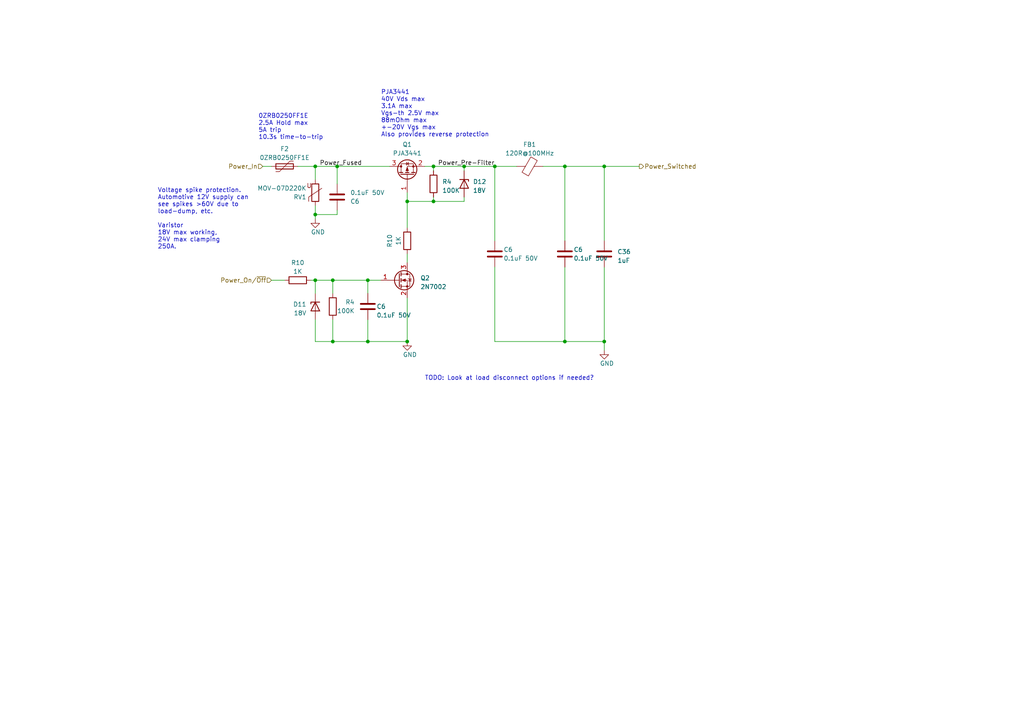
<source format=kicad_sch>
(kicad_sch (version 20230121) (generator eeschema)
  (paper "A4")
  (title_block (title "Power switching and protection") (date "2023-05-14") (rev "1.2.1") (comment 1 "https://github.com/martinroger/VXDash") (comment 2 "https://cadlab.io/projects/vxdash"))
  (lib_symbols
    (symbol "Device:C" (pin_numbers hide) (pin_names (offset 0.254))
      (property "Reference" "C" (at 0.635 2.54 0))
      (property "Value" "C" (at 0.635 -2.54 0))
      (symbol "C_0_1"
        (polyline (pts (xy -2.032 -0.762) (xy 2.032 -0.762)) (stroke (width 0.508)))
        (polyline (pts (xy -2.032 0.762) (xy 2.032 0.762)) (stroke (width 0.508)))
      )
      (symbol "C_1_1"
        (pin passive line (at 0 3.81 270) (length 2.794) (name "~") (number "1"))
        (pin passive line (at 0 -3.81 90) (length 2.794) (name "~") (number "2"))
      )
    )
    (symbol "Device:D_Zener" (pin_numbers hide) (pin_names (offset 1.016) hide)
      (property "Reference" "D" (at 0 2.54 0))
      (property "Value" "D_Zener" (at 0 -2.54 0))
      (symbol "D_Zener_0_1"
        (polyline (pts (xy 1.27 0) (xy -1.27 0)))
        (polyline (pts (xy -1.27 -1.27) (xy -1.27 1.27) (xy -0.762 1.27)) (stroke (width 0.254)))
        (polyline (pts (xy 1.27 -1.27) (xy 1.27 1.27) (xy -1.27 0) (xy 1.27 -1.27)) (stroke (width 0.254)))
      )
      (symbol "D_Zener_1_1"
        (pin passive line (at -3.81 0 0) (length 2.54) (name "K") (number "1"))
        (pin passive line (at 3.81 0 180) (length 2.54) (name "A") (number "2"))
      )
    )
    (symbol "Device:FerriteBead" (pin_numbers hide) (pin_names (offset 0))
      (property "Reference" "FB" (at -3.81 0.635 90))
      (property "Value" "FerriteBead" (at 3.81 0 90))
      (symbol "FerriteBead_0_1"
        (polyline (pts (xy 0 -1.27) (xy 0 -1.2192)))
        (polyline (pts (xy 0 1.27) (xy 0 1.2954)))
        (polyline (pts (xy -2.7686 0.4064) (xy -1.7018 2.2606) (xy 2.7686 -0.3048) (xy 1.6764 -2.159) (xy -2.7686 0.4064)))
      )
      (symbol "FerriteBead_1_1"
        (pin passive line (at 0 3.81 270) (length 2.54) (name "~") (number "1"))
        (pin passive line (at 0 -3.81 90) (length 2.54) (name "~") (number "2"))
      )
    )
    (symbol "Device:Polyfuse" (pin_numbers hide) (pin_names (offset 0))
      (property "Reference" "F" (at -2.54 0 90))
      (property "Value" "Polyfuse" (at 2.54 0 90))
      (symbol "Polyfuse_0_1"
        (rectangle (start -0.762 2.54) (end 0.762 -2.54) (stroke (width 0.254)))
        (polyline (pts (xy 0 2.54) (xy 0 -2.54)))
        (polyline (pts (xy -1.524 2.54) (xy -1.524 1.524) (xy 1.524 -1.524) (xy 1.524 -2.54)))
      )
      (symbol "Polyfuse_1_1"
        (pin passive line (at 0 3.81 270) (length 1.27) (name "~") (number "1"))
        (pin passive line (at 0 -3.81 90) (length 1.27) (name "~") (number "2"))
      )
    )
    (symbol "Device:Q_NMOS_GSD" (pin_names (offset 0) hide)
      (property "Reference" "Q" (at 5.08 1.27 0))
      (property "Value" "Q_NMOS_GSD" (at 5.08 -1.27 0))
      (symbol "Q_NMOS_GSD_0_1"
        (polyline (pts (xy 0.254 0) (xy -2.54 0)))
        (polyline (pts (xy 0.254 1.905) (xy 0.254 -1.905)) (stroke (width 0.254)))
        (polyline (pts (xy 0.762 -1.27) (xy 0.762 -2.286)) (stroke (width 0.254)))
        (polyline (pts (xy 0.762 0.508) (xy 0.762 -0.508)) (stroke (width 0.254)))
        (polyline (pts (xy 0.762 2.286) (xy 0.762 1.27)) (stroke (width 0.254)))
        (polyline (pts (xy 2.54 2.54) (xy 2.54 1.778)))
        (polyline (pts (xy 2.54 -2.54) (xy 2.54 0) (xy 0.762 0)))
        (polyline (pts (xy 0.762 -1.778) (xy 3.302 -1.778) (xy 3.302 1.778) (xy 0.762 1.778)))
        (polyline (pts (xy 1.016 0) (xy 2.032 0.381) (xy 2.032 -0.381) (xy 1.016 0)) (fill (type outline)))
        (polyline (pts (xy 2.794 0.508) (xy 2.921 0.381) (xy 3.683 0.381) (xy 3.81 0.254)))
        (polyline (pts (xy 3.302 0.381) (xy 2.921 -0.254) (xy 3.683 -0.254) (xy 3.302 0.381)))
        (circle (center 1.651 0) (radius 2.794) (stroke (width 0.254)))
        (circle (center 2.54 -1.778) (radius 0.254) (fill (type outline)))
        (circle (center 2.54 1.778) (radius 0.254) (fill (type outline)))
      )
      (symbol "Q_NMOS_GSD_1_1"
        (pin input line (at -5.08 0 0) (length 2.54) (name "G") (number "1"))
        (pin passive line (at 2.54 -5.08 90) (length 2.54) (name "S") (number "2"))
        (pin passive line (at 2.54 5.08 270) (length 2.54) (name "D") (number "3"))
      )
    )
    (symbol "Device:Q_PMOS_GSD" (pin_names (offset 0) hide)
      (property "Reference" "Q" (at 5.08 1.27 0))
      (property "Value" "Q_PMOS_GSD" (at 5.08 -1.27 0))
      (symbol "Q_PMOS_GSD_0_1"
        (polyline (pts (xy 0.254 0) (xy -2.54 0)))
        (polyline (pts (xy 0.254 1.905) (xy 0.254 -1.905)) (stroke (width 0.254)))
        (polyline (pts (xy 0.762 -1.27) (xy 0.762 -2.286)) (stroke (width 0.254)))
        (polyline (pts (xy 0.762 0.508) (xy 0.762 -0.508)) (stroke (width 0.254)))
        (polyline (pts (xy 0.762 2.286) (xy 0.762 1.27)) (stroke (width 0.254)))
        (polyline (pts (xy 2.54 2.54) (xy 2.54 1.778)))
        (polyline (pts (xy 2.54 -2.54) (xy 2.54 0) (xy 0.762 0)))
        (polyline (pts (xy 0.762 1.778) (xy 3.302 1.778) (xy 3.302 -1.778) (xy 0.762 -1.778)))
        (polyline (pts (xy 2.286 0) (xy 1.27 0.381) (xy 1.27 -0.381) (xy 2.286 0)) (fill (type outline)))
        (polyline (pts (xy 2.794 -0.508) (xy 2.921 -0.381) (xy 3.683 -0.381) (xy 3.81 -0.254)))
        (polyline (pts (xy 3.302 -0.381) (xy 2.921 0.254) (xy 3.683 0.254) (xy 3.302 -0.381)))
        (circle (center 1.651 0) (radius 2.794) (stroke (width 0.254)))
        (circle (center 2.54 -1.778) (radius 0.254) (fill (type outline)))
        (circle (center 2.54 1.778) (radius 0.254) (fill (type outline)))
      )
      (symbol "Q_PMOS_GSD_1_1"
        (pin input line (at -5.08 0 0) (length 2.54) (name "G") (number "1"))
        (pin passive line (at 2.54 -5.08 90) (length 2.54) (name "S") (number "2"))
        (pin passive line (at 2.54 5.08 270) (length 2.54) (name "D") (number "3"))
      )
    )
    (symbol "Device:R" (pin_numbers hide) (pin_names (offset 0))
      (property "Reference" "R" (at 2.032 0 90))
      (property "Value" "R" (at 0 0 90))
      (symbol "R_0_1"
        (rectangle (start -1.016 -2.54) (end 1.016 2.54) (stroke (width 0.254)))
      )
      (symbol "R_1_1"
        (pin passive line (at 0 3.81 270) (length 1.27) (name "~") (number "1"))
        (pin passive line (at 0 -3.81 90) (length 1.27) (name "~") (number "2"))
      )
    )
    (symbol "Device:Varistor" (pin_numbers hide) (pin_names (offset 0))
      (property "Reference" "RV" (at 3.175 0 90))
      (property "Value" "Varistor" (at -3.175 0 90))
      (symbol "Varistor_0_0"
        (text "U" (at -1.778 -2.032 0) (effects (font (size 1.27 1.27))))
      )
      (symbol "Varistor_0_1"
        (rectangle (start -1.016 -2.54) (end 1.016 2.54) (stroke (width 0.254)))
        (polyline (pts (xy -1.905 2.54) (xy -1.905 1.27) (xy 1.905 -1.27)))
      )
      (symbol "Varistor_1_1"
        (pin passive line (at 0 3.81 270) (length 1.27) (name "~") (number "1"))
        (pin passive line (at 0 -3.81 90) (length 1.27) (name "~") (number "2"))
      )
    )
    (symbol "power:GND" (power) (pin_names (offset 0))
      (property "Value" "GND" (at 0 -3.81 0))
      (symbol "GND_0_1"
        (polyline (pts (xy 0 0) (xy 0 -1.27) (xy 1.27 -1.27) (xy 0 -2.54) (xy -1.27 -1.27) (xy 0 -1.27)))
      )
      (symbol "GND_1_1"
        (pin power_in line (at 0 0 270) (length 0) hide (name "GND") (number "1"))
      )
    )
  )
  (junction (at 96.52 99.06))
  (junction (at 91.44 62.23))
  (junction (at 125.73 48.26))
  (junction (at 96.52 81.28))
  (junction (at 106.68 99.06))
  (junction (at 118.11 99.06))
  (junction (at 163.83 48.26))
  (junction (at 125.73 58.42))
  (junction (at 175.26 48.26))
  (junction (at 134.62 48.26))
  (junction (at 175.26 99.06))
  (junction (at 163.83 99.06))
  (junction (at 91.44 81.28))
  (junction (at 118.11 58.42))
  (junction (at 91.44 48.26))
  (junction (at 97.79 48.26))
  (junction (at 143.51 48.26))
  (junction (at 106.68 81.28))
  (wire (pts (xy 163.83 77.47) (xy 163.83 99.06)))
  (wire (pts (xy 86.36 48.26) (xy 91.44 48.26)))
  (wire (pts (xy 96.52 81.28) (xy 96.52 85.09)))
  (wire (pts (xy 90.17 81.28) (xy 91.44 81.28)))
  (wire (pts (xy 143.51 48.26) (xy 143.51 69.85)))
  (wire (pts (xy 91.44 62.23) (xy 91.44 63.5)))
  (wire (pts (xy 91.44 81.28) (xy 96.52 81.28)))
  (wire (pts (xy 97.79 48.26) (xy 97.79 53.34)))
  (wire (pts (xy 91.44 48.26) (xy 97.79 48.26)))
  (wire (pts (xy 157.48 48.26) (xy 163.83 48.26)))
  (wire (pts (xy 143.51 77.47) (xy 143.51 99.06)))
  (wire (pts (xy 91.44 48.26) (xy 91.44 52.07)))
  (wire (pts (xy 106.68 81.28) (xy 106.68 85.09)))
  (wire (pts (xy 97.79 48.26) (xy 113.03 48.26)))
  (wire (pts (xy 134.62 48.26) (xy 143.51 48.26)))
  (wire (pts (xy 96.52 99.06) (xy 106.68 99.06)))
  (wire (pts (xy 134.62 49.53) (xy 134.62 48.26)))
  (wire (pts (xy 175.26 101.6) (xy 175.26 99.06)))
  (wire (pts (xy 91.44 81.28) (xy 91.44 85.09)))
  (wire (pts (xy 91.44 59.69) (xy 91.44 62.23)))
  (wire (pts (xy 118.11 58.42) (xy 118.11 66.04)))
  (wire (pts (xy 134.62 57.15) (xy 134.62 58.42)))
  (wire (pts (xy 78.74 81.28) (xy 82.55 81.28)))
  (wire (pts (xy 96.52 81.28) (xy 106.68 81.28)))
  (wire (pts (xy 175.26 77.47) (xy 175.26 99.06)))
  (wire (pts (xy 106.68 99.06) (xy 118.11 99.06)))
  (wire (pts (xy 143.51 48.26) (xy 149.86 48.26)))
  (wire (pts (xy 118.11 99.06) (xy 118.11 86.36)))
  (wire (pts (xy 76.2 48.26) (xy 78.74 48.26)))
  (wire (pts (xy 125.73 49.53) (xy 125.73 48.26)))
  (wire (pts (xy 175.26 99.06) (xy 163.83 99.06)))
  (wire (pts (xy 106.68 81.28) (xy 110.49 81.28)))
  (wire (pts (xy 91.44 62.23) (xy 97.79 62.23)))
  (wire (pts (xy 106.68 92.71) (xy 106.68 99.06)))
  (wire (pts (xy 134.62 48.26) (xy 125.73 48.26)))
  (wire (pts (xy 125.73 58.42) (xy 134.62 58.42)))
  (wire (pts (xy 97.79 60.96) (xy 97.79 62.23)))
  (wire (pts (xy 96.52 99.06) (xy 91.44 99.06)))
  (wire (pts (xy 123.19 48.26) (xy 125.73 48.26)))
  (wire (pts (xy 175.26 48.26) (xy 175.26 69.85)))
  (wire (pts (xy 118.11 73.66) (xy 118.11 76.2)))
  (wire (pts (xy 163.83 48.26) (xy 163.83 69.85)))
  (wire (pts (xy 91.44 99.06) (xy 91.44 92.71)))
  (wire (pts (xy 125.73 58.42) (xy 125.73 57.15)))
  (wire (pts (xy 118.11 55.88) (xy 118.11 58.42)))
  (wire (pts (xy 118.11 58.42) (xy 125.73 58.42)))
  (wire (pts (xy 96.52 92.71) (xy 96.52 99.06)))
  (wire (pts (xy 175.26 48.26) (xy 185.42 48.26)))
  (wire (pts (xy 163.83 48.26) (xy 175.26 48.26)))
  (wire (pts (xy 143.51 99.06) (xy 163.83 99.06)))
  (text "TODO: Look at load disconnect options if needed?" (at 123.19 110.49 0) (effects (font (size 1.27 1.27)) (justify left bottom)))
  (text "PJA3441\n40V Vds max\n3.1A max\nVgs-th 2.5V max\n88mOhm max\n+-20V Vgs max\nAlso provides reverse protection\n\n" (at 110.49 41.91 0) (effects (font (size 1.27 1.27)) (justify left bottom)))
  (text "Voltage spike protection.\nAutomotive 12V supply can \nsee spikes >60V due to \nload-dump, etc.\n\nVaristor\n18V max working,\n24V max clamping \n250A." (at 45.72 72.39 0) (effects (font (size 1.27 1.27)) (justify left bottom)))
  (text "0ZRB0250FF1E\n2.5A Hold max\n5A trip\n10.3s time-to-trip" (at 74.93 40.64 0) (effects (font (size 1.27 1.27)) (justify left bottom)))
  (label "Power_Pre-Filter" (at 127 48.26 0))
  (label "Power_Fused" (at 92.71 48.26 0))
  (hierarchical_label "Power_On{slash}~{Off}" (shape input) (at 78.74 81.28 180))
  (hierarchical_label "Power_Switched" (shape output) (at 185.42 48.26 0))
  (hierarchical_label "Power_In" (shape input) (at 76.2 48.26 180))
  (symbol (lib_id "Device:R") (at 118.11 69.85 180) (unit 1)
    (property "Reference" "R10" (at 113.03 69.85 90))
    (property "Value" "1K" (at 115.57 69.85 90))
    (property "Footprint" "Resistor_SMD:R_0805_2012Metric" (effects hide))
    (property "Datasheet" "https://www.seielect.com/Catalog/SEI-RMCF_RMCP.pdf" (effects hide))
    (property "Manufacturer_Name" "Stackpole Electronics Inc" (effects hide))
    (property "Manufacturer_Part_Number" "RMCF0805FT1K00" (effects hide))
    (property "Description" "RES 1K OHM 1% 1/8W 0805" (effects hide))
    (instances (project "DashSpy" (path "" (reference "R10") (unit 1)) (path "" (reference "R25") (unit 1)) (path "" (reference "R28") (unit 1)) (path "" (reference "R31") (unit 1)) (path "" (reference "R34") (unit 1)) (path "" (reference "R37") (unit 1)) (path "" (reference "R40") (unit 1)) (path "" (reference "R43") (unit 1)) (path "" (reference "R46") (unit 1)) (path "" (reference "R49") (unit 1)) (path "" (reference "R52") (unit 1))) (project "VXDash" (path "" (reference "R6") (unit 1)) (path "" (reference "R8") (unit 1)) (path "" (reference "R10") (unit 1)) (path "" (reference "R12") (unit 1)) (path "" (reference "R14") (unit 1)) (path "" (reference "R16") (unit 1)) (path "" (reference "R18") (unit 1)) (path "" (reference "R20") (unit 1)) (path "" (reference "R22") (unit 1)) (path "" (reference "R24") (unit 1)) (path "" (reference "R64") (unit 1)) (path "" (reference "R64") (unit 1))))
  )
  (symbol (lib_id "power:GND") (at 175.26 101.6 0) (unit 1)
    (property "Reference" "#PWR06" (effects hide))
    (property "Value" "GND" (at 173.99 105.41 0) (effects (justify left)))
    (instances (project "DashSpy" (path "" (reference "#PWR06") (unit 1))) (project "VXDash" (path "" (reference "#PWR03") (unit 1)) (path "" (reference "#PWR02") (unit 1))))
  )
  (symbol (lib_id "Device:FerriteBead") (at 153.67 48.26 90) (unit 1)
    (property "Reference" "FB1" (at 153.6192 41.91 90))
    (property "Value" "120R@100MHz" (at 153.6192 44.45 90))
    (property "Footprint" "Inductor_SMD:L_0805_2012Metric" (effects hide))
    (property "Datasheet" "https://www.we-online.com/katalog/datasheet/742792023.pdf" (effects hide))
    (property "Manufacturer_Name" "Würth Elektronik" (effects hide))
    (property "Manufacturer_Part_Number" "742792023" (effects hide))
    (property "Description" "FERRITE BEAD 120 OHM 0805 1LN" (effects hide))
  )
  (symbol (lib_id "Device:C") (at 97.79 57.15 0) (mirror x) (unit 1)
    (property "Reference" "C6" (at 101.6 58.4201 0) (effects (justify left)))
    (property "Value" "0.1uF 50V" (at 101.6 55.8801 0) (effects (justify left)))
    (property "Footprint" "Capacitor_SMD:C_0603_1608Metric" (effects hide))
    (property "Datasheet" "https://media.digikey.com/pdf/Data%20Sheets/Samsung%20PDFs/CL10B104KB8NNWC_Spec.pdf" (effects hide))
    (property "Manufacturer_Part_Number" "CL10B104KB8NNWC" (effects hide))
    (property "Manufacturer_Name" "Samsung" (effects hide))
    (property "Description" "CAP CER 0.1UF 50V X7R 0603" (effects hide))
    (instances (project "DashSpy" (path "" (reference "C6") (unit 1))) (project "VXDash" (path "" (reference "C33") (unit 1)) (path "" (reference "C33") (unit 1))))
  )
  (symbol (lib_id "Device:R") (at 96.52 88.9 0) (mirror y) (unit 1)
    (property "Reference" "R4" (at 102.87 87.63 0) (effects (justify left)))
    (property "Value" "100K" (at 102.87 90.17 0) (effects (justify left)))
    (property "Footprint" "Resistor_SMD:R_0402_1005Metric" (effects hide))
    (property "Datasheet" "https://www.vishay.com/docs/28773/crcwce3.pdf" (effects hide))
    (property "Description" "RES CHIP 0402 100K 1% 1/16W" (effects hide))
    (property "Manufacturer_Part_Number" "CRCW0402100KFKEDC" (effects hide))
    (property "Manufacturer_Name" "Vishay Dale" (effects hide))
    (instances (project "VXDash" (path "" (reference "R4") (unit 1)) (path "" (reference "R65") (unit 1)) (path "" (reference "R63") (unit 1))))
  )
  (symbol (lib_id "power:GND") (at 91.44 63.5 0) (unit 1)
    (property "Reference" "#PWR06" (effects hide))
    (property "Value" "GND" (at 90.17 67.31 0) (effects (justify left)))
    (instances (project "DashSpy" (path "" (reference "#PWR06") (unit 1))) (project "VXDash" (path "" (reference "#PWR03") (unit 1)) (path "" (reference "#PWR08") (unit 1))))
  )
  (symbol (lib_id "Device:C") (at 163.83 73.66 0) (mirror x) (unit 1)
    (property "Reference" "C6" (at 166.37 72.39 0) (effects (justify left)))
    (property "Value" "0.1uF 50V" (at 166.37 74.93 0) (effects (justify left)))
    (property "Footprint" "Capacitor_SMD:C_0603_1608Metric" (effects hide))
    (property "Datasheet" "https://media.digikey.com/pdf/Data%20Sheets/Samsung%20PDFs/CL10B104KB8NNWC_Spec.pdf" (effects hide))
    (property "Manufacturer_Part_Number" "CL10B104KB8NNWC" (effects hide))
    (property "Manufacturer_Name" "Samsung" (effects hide))
    (property "Description" "CAP CER 0.1UF 50V X7R 0603" (effects hide))
    (instances (project "DashSpy" (path "" (reference "C6") (unit 1))) (project "VXDash" (path "" (reference "C35") (unit 1)) (path "" (reference "C35") (unit 1))))
  )
  (symbol (lib_id "Device:D_Zener") (at 134.62 53.34 270) (unit 1)
    (property "Reference" "D12" (at 137.16 52.705 90) (effects (justify left)))
    (property "Value" "18V" (at 137.16 55.245 90) (effects (justify left)))
    (property "Footprint" "Diode_SMD:D_SOD-123" (effects hide))
    (property "Datasheet" "https://www.mccsemi.com/pdf/Products/BZT52C2V4~BZT52C75(500mW)(SOD-123).pdf" (effects hide))
    (property "Manufacturer_Name" "Micro Commercial Co" (effects hide))
    (property "Manufacturer_Part_Number" "BZT52C18-TP" (effects hide))
    (property "Description" "DIODE ZENER 18V 200MW SOD123" (effects hide))
    (instances (project "VXDash" (path "" (reference "D12") (unit 1)) (path "" (reference "D10") (unit 1))))
  )
  (symbol (lib_id "Device:R") (at 86.36 81.28 90) (unit 1)
    (property "Reference" "R10" (at 86.36 76.2 90))
    (property "Value" "1K" (at 86.36 78.74 90))
    (property "Footprint" "Resistor_SMD:R_0805_2012Metric" (effects hide))
    (property "Datasheet" "https://www.seielect.com/Catalog/SEI-RMCF_RMCP.pdf" (effects hide))
    (property "Manufacturer_Name" "Stackpole Electronics Inc" (effects hide))
    (property "Manufacturer_Part_Number" "RMCF0805FT1K00" (effects hide))
    (property "Description" "RES 1K OHM 1% 1/8W 0805" (effects hide))
    (instances (project "DashSpy" (path "" (reference "R10") (unit 1)) (path "" (reference "R25") (unit 1)) (path "" (reference "R28") (unit 1)) (path "" (reference "R31") (unit 1)) (path "" (reference "R34") (unit 1)) (path "" (reference "R37") (unit 1)) (path "" (reference "R40") (unit 1)) (path "" (reference "R43") (unit 1)) (path "" (reference "R46") (unit 1)) (path "" (reference "R49") (unit 1)) (path "" (reference "R52") (unit 1))) (project "VXDash" (path "" (reference "R6") (unit 1)) (path "" (reference "R8") (unit 1)) (path "" (reference "R10") (unit 1)) (path "" (reference "R12") (unit 1)) (path "" (reference "R14") (unit 1)) (path "" (reference "R16") (unit 1)) (path "" (reference "R18") (unit 1)) (path "" (reference "R20") (unit 1)) (path "" (reference "R22") (unit 1)) (path "" (reference "R24") (unit 1)) (path "" (reference "R64") (unit 1)) (path "" (reference "R62") (unit 1))))
  )
  (symbol (lib_id "Device:Q_PMOS_GSD") (at 118.11 50.8 90) (unit 1)
    (property "Reference" "Q1" (at 118.11 41.91 90))
    (property "Value" "PJA3441" (at 118.11 44.45 90))
    (property "Footprint" "Package_TO_SOT_SMD:SOT-23" (effects hide))
    (property "Datasheet" "https://www.panjit.com.tw/upload/datasheet/PJA3441.pdf" (effects hide))
    (property "Manufacturer_Name" "Panjit" (effects hide))
    (property "Manufacturer_Part_Number" "PJA3441_R1_00001" (effects hide))
    (property "Description" "P-Channel 40 V 3.1A (Ta) 1.25W (Ta) Surface Mount SOT-23" (effects hide))
    (instances (project "VXDash" (path "" (reference "Q1") (unit 1)) (path "" (reference "Q2") (unit 1))))
  )
  (symbol (lib_id "Device:C") (at 175.26 73.66 0) (unit 1)
    (property "Reference" "C36" (at 179.07 73.025 0) (effects (justify left)))
    (property "Value" "1uF" (at 179.07 75.565 0) (effects (justify left)))
    (property "Footprint" "Capacitor_SMD:C_0603_1608Metric" (effects hide))
    (property "Datasheet" "https://www.yuden.co.jp/productdata/catalog/mlcc06_e.pdf" (effects hide))
    (property "Voltage" "25V" (effects hide))
    (property "Dielectric" "X7R" (effects hide))
    (property "Tolerance" "10%" (effects hide))
    (property "Description" "CAP CER 1UF 50V X5R 0603" (effects hide))
    (property "Manufacturer_Name" "Taiyo Yuden" (effects hide))
    (property "Manufacturer_Part_Number" "UMK107BJ105KA-T" (effects hide))
  )
  (symbol (lib_id "Device:Q_NMOS_GSD") (at 115.57 81.28 0) (unit 1)
    (property "Reference" "Q2" (at 121.92 80.645 0) (effects (justify left)))
    (property "Value" "2N7002" (at 121.92 83.185 0) (effects (justify left)))
    (property "Footprint" "Package_TO_SOT_SMD:SOT-23" (effects hide))
    (property "Datasheet" "https://www.mccsemi.com/pdf/Products/2N7002(SOT-23).PDF" (effects hide))
    (property "Manufacturer_Name" "Micro Commercial Co" (effects hide))
    (property "Manufacturer_Part_Number" "2N7002-TP" (effects hide))
    (property "Description" "MOSFET N-CH 60V 115MA SOT23" (effects hide))
    (instances (project "VXDash" (path "" (reference "Q2") (unit 1)) (path "" (reference "Q1") (unit 1))))
  )
  (symbol (lib_id "power:GND") (at 118.11 99.06 0) (unit 1)
    (property "Reference" "#PWR06" (effects hide))
    (property "Value" "GND" (at 116.84 102.87 0) (effects (justify left)))
    (instances (project "DashSpy" (path "" (reference "#PWR06") (unit 1))) (project "VXDash" (path "" (reference "#PWR03") (unit 1)) (path "" (reference "#PWR03") (unit 1))))
  )
  (symbol (lib_id "Device:C") (at 106.68 88.9 0) (mirror x) (unit 1)
    (property "Reference" "C6" (at 109.22 88.9 0) (effects (justify left)))
    (property "Value" "0.1uF 50V" (at 109.22 91.44 0) (effects (justify left)))
    (property "Footprint" "Capacitor_SMD:C_0603_1608Metric" (effects hide))
    (property "Datasheet" "https://media.digikey.com/pdf/Data%20Sheets/Samsung%20PDFs/CL10B104KB8NNWC_Spec.pdf" (effects hide))
    (property "Manufacturer_Part_Number" "CL10B104KB8NNWC" (effects hide))
    (property "Manufacturer_Name" "Samsung" (effects hide))
    (property "Description" "CAP CER 0.1UF 50V X7R 0603" (effects hide))
    (instances (project "DashSpy" (path "" (reference "C6") (unit 1))) (project "VXDash" (path "" (reference "C34") (unit 1)) (path "" (reference "C34") (unit 1))))
  )
  (symbol (lib_id "Device:D_Zener") (at 91.44 88.9 90) (mirror x) (unit 1)
    (property "Reference" "D11" (at 88.9 88.265 90) (effects (justify left)))
    (property "Value" "18V" (at 88.9 90.805 90) (effects (justify left)))
    (property "Footprint" "Diode_SMD:D_SOD-123" (effects hide))
    (property "Datasheet" "https://www.mccsemi.com/pdf/Products/BZT52C2V4~BZT52C75(500mW)(SOD-123).pdf" (effects hide))
    (property "Manufacturer_Name" "Micro Commercial Co" (effects hide))
    (property "Manufacturer_Part_Number" "BZT52C18-TP" (effects hide))
    (property "Description" "DIODE ZENER 18V 200MW SOD123" (effects hide))
    (instances (project "VXDash" (path "" (reference "D11") (unit 1)) (path "" (reference "D1") (unit 1))))
  )
  (symbol (lib_id "Device:R") (at 125.73 53.34 0) (unit 1)
    (property "Reference" "R4" (at 128.27 52.705 0) (effects (justify left)))
    (property "Value" "100K" (at 128.27 55.245 0) (effects (justify left)))
    (property "Footprint" "Resistor_SMD:R_0402_1005Metric" (effects hide))
    (property "Datasheet" "https://www.vishay.com/docs/28773/crcwce3.pdf" (effects hide))
    (property "Description" "RES CHIP 0402 100K 1% 1/16W" (effects hide))
    (property "Manufacturer_Part_Number" "CRCW0402100KFKEDC" (effects hide))
    (property "Manufacturer_Name" "Vishay Dale" (effects hide))
    (instances (project "VXDash" (path "" (reference "R4") (unit 1)) (path "" (reference "R62") (unit 1)) (path "" (reference "R65") (unit 1))))
  )
  (symbol (lib_id "Device:Polyfuse") (at 82.55 48.26 90) (unit 1)
    (property "Reference" "F2" (at 82.55 43.18 90))
    (property "Value" "0ZRB0250FF1E" (at 82.55 45.72 90))
    (property "Footprint" "Fuse:Fuse_BelFuse_0ZRE0033FF_L11.4mm_W3.8mm" (effects hide))
    (property "Datasheet" "https://www.belfuse.com/resources/datasheets/circuitprotection/ds-cp-0zrb-series.pdf" (effects hide))
    (property "Manufacturer_Name" "Bel Fuse" (effects hide))
    (property "Manufacturer_Part_Number" "0ZRB0250FF1E" (effects hide))
    (property "Description" "PTC RESET FUSE 30V 2.5A RADIAL" (effects hide))
  )
  (symbol (lib_id "Device:C") (at 143.51 73.66 0) (mirror x) (unit 1)
    (property "Reference" "C6" (at 146.05 72.39 0) (effects (justify left)))
    (property "Value" "0.1uF 50V" (at 146.05 74.93 0) (effects (justify left)))
    (property "Footprint" "Capacitor_SMD:C_0603_1608Metric" (effects hide))
    (property "Datasheet" "https://media.digikey.com/pdf/Data%20Sheets/Samsung%20PDFs/CL10B104KB8NNWC_Spec.pdf" (effects hide))
    (property "Manufacturer_Part_Number" "CL10B104KB8NNWC" (effects hide))
    (property "Manufacturer_Name" "Samsung" (effects hide))
    (property "Description" "CAP CER 0.1UF 50V X7R 0603" (effects hide))
    (instances (project "DashSpy" (path "" (reference "C6") (unit 1))) (project "VXDash" (path "" (reference "C35") (unit 1)) (path "" (reference "C37") (unit 1))))
  )
  (symbol (lib_id "Device:Varistor") (at 91.44 55.88 0) (mirror x) (unit 1)
    (property "Reference" "RV1" (at 88.9 57.15 0) (effects (justify right)))
    (property "Value" "MOV-07D220K" (at 88.9 54.61 0) (effects (justify right)))
    (property "Footprint" "Varistor:RV_Disc_D9mm_W3.5mm_P5mm" (effects hide))
    (property "Datasheet" "https://www.bourns.com/docs/Product-Datasheets/MOV07D.pdf" (effects hide))
    (property "Manufacturer_Name" "Bourns" (effects hide))
    (property "Manufacturer_Part_Number" "MOV-07D220K" (effects hide))
    (property "Description" "VARISTOR 22V 250A DISC 7MM" (effects hide))
  )
)
</source>
